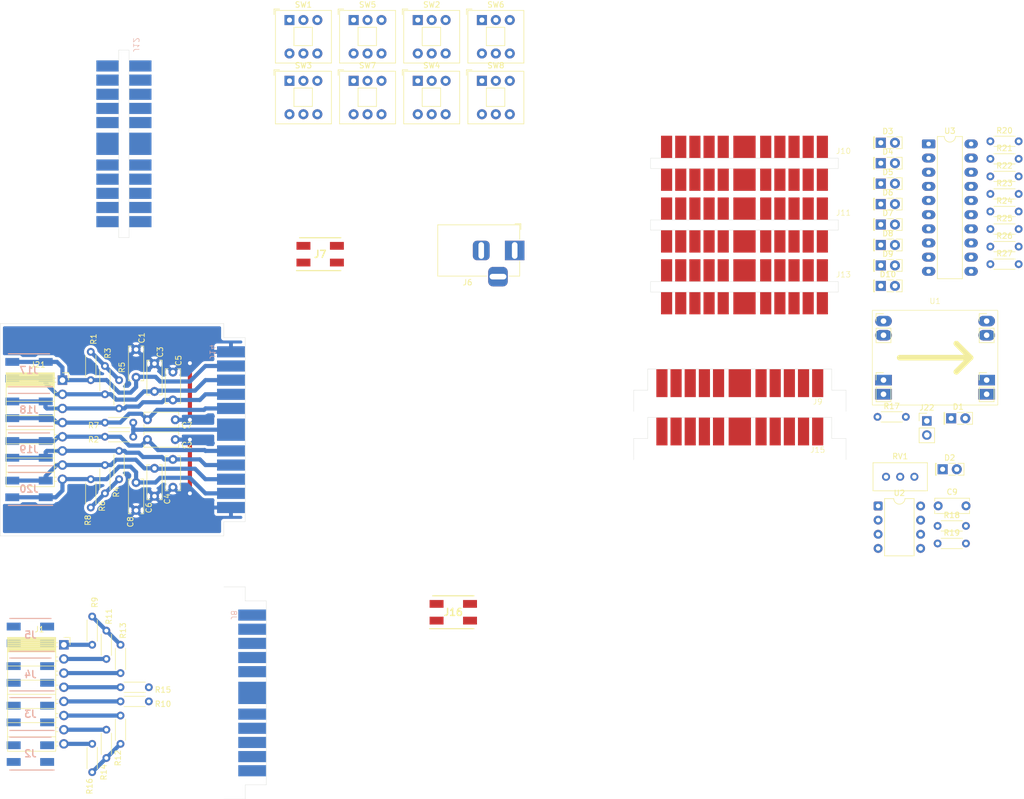
<source format=kicad_pcb>
(kicad_pcb (version 20241229) (generator "pcbnew") (generator_version "9.0")
  (layers (0 "F.Cu" signal) (2 "B.Cu" signal) (13 "F.Paste" user) (15 "B.Paste" user) (5 "F.SilkS" user "F.Silkscreen") (7 "B.SilkS" user "B.Silkscreen") (1 "F.Mask" user) (3 "B.Mask" user) (25 "Edge.Cuts" user))
  (net 0 "")
  (net 1 "/GND")
  (net 2 "Net-(U2-TR)")
  (net 3 "/Placa Principal/OSCo")
  (net 4 "Net-(D1-K)")
  (net 5 "/Leds/Ii0")
  (net 6 "Net-(D2-K)")
  (net 7 "/Leds/+5V")
  (net 8 "/Leds/Ii4")
  (net 9 "/Leds/Ii1")
  (net 10 "/Leds/Ii5")
  (net 11 "/Leds/Ii2")
  (net 12 "/Leds/Ii6")
  (net 13 "/Leds/Ii3")
  (net 14 "/Leds/Ii7")
  (net 15 "/Placa Principal/+Vin")
  (net 16 "/Entradas/GND")
  (net 18 "/+5V")
  (net 19 "/Botones/GND")
  (net 21 "/Placa Principal/Bi7")
  (net 22 "/Placa Principal/Bi5")
  (net 23 "/Placa Principal/Bi4")
  (net 24 "/Placa Principal/Bi2")
  (net 25 "/Entradas/I1")
  (net 26 "/Entradas/I0")
  (net 27 "/Entradas/I2")
  (net 28 "/Entradas/I3")
  (net 29 "/Entradas/I4")
  (net 30 "/Entradas/I5")
  (net 31 "/Entradas/I7")
  (net 32 "/Entradas/I6")
  (net 33 "Net-(U2-DIS)")
  (net 36 "/Salidas/Bi0")
  (net 37 "/Salidas/GND")
  (net 38 "/Salidas/Bi1")
  (net 39 "/Salidas/Bi2")
  (net 40 "/Salidas/Bi3")
  (net 41 "/Salidas/Bi4")
  (net 42 "/Salidas/Bi5")
  (net 43 "/Salidas/Bi6")
  (net 44 "/Salidas/Bi7")
  (net 45 "/Botones/Bo4")
  (net 46 "/Botones/Bo6")
  (net 47 "/Botones/Bo3")
  (net 48 "/Botones/Bo1")
  (net 49 "/Botones/Bo0")
  (net 50 "/Botones/Bo7")
  (net 51 "/Botones/Bo5")
  (net 52 "/Botones/Bo2")
  (net 53 "/Salidas/+5V")
  (net 54 "/Placa Principal/Bi1")
  (net 55 "/Placa Principal/Bi0")
  (net 57 "/Placa Principal/Bi3")
  (net 58 "/Placa Principal/Bi6")
  (net 60 "/Placa Principal/Io1")
  (net 61 "/Placa Principal/Io5")
  (net 62 "/Placa Principal/Io7")
  (net 63 "/Placa Principal/Io3")
  (net 64 "/Placa Principal/Io2")
  (net 65 "/Placa Principal/Io6")
  (net 67 "/Placa Principal/Io4")
  (net 68 "/Placa Principal/Io0")
  (net 70 "/Placa Principal/Ii4")
  (net 71 "/Placa Principal/Ii1")
  (net 73 "/Placa Principal/Ii0")
  (net 74 "/Placa Principal/Ii5")
  (net 75 "/Placa Principal/Ii7")
  (net 76 "/Placa Principal/Ii3")
  (net 78 "/Placa Principal/Ii2")
  (net 79 "/Placa Principal/Ii6")
  (net 84 "Net-(J22-Pin_1)")
  (net 85 "Net-(R20-Pad2)")
  (net 86 "Net-(R21-Pad2)")
  (net 87 "Net-(R22-Pad2)")
  (net 88 "Net-(R23-Pad2)")
  (net 89 "Net-(R24-Pad2)")
  (net 90 "Net-(R25-Pad2)")
  (net 91 "Net-(R26-Pad2)")
  (net 92 "Net-(R27-Pad2)")
  (footprint "Package_DIP:DIP-8_W7.62mm" (layer "F.Cu") (at 234.186 119.356)
    (property "Reference" "U2")
    (property "Value" "NE555P")
  )
  (footprint "Resistor_THT:R_Axial_DIN0204_L3.6mm_D1.6mm_P5.08mm_Horizontal" (layer "F.Cu") (at 98.298 149.352 90)
    (property "Reference" "R13")
    (property "Value" "10KΩ")
  )
  (footprint "LED_THT:LED_Rectangular_W5.0mm_H2.0mm" (layer "F.Cu") (at 234.666 72.516)
    (property "Reference" "D8")
    (property "Value" "LED")
  )
  (footprint "Resistor_THT:R_Axial_DIN0204_L3.6mm_D1.6mm_P5.08mm_Horizontal" (layer "F.Cu") (at 254.316 60.206)
    (property "Reference" "R22")
    (property "Value" "470Ω")
  )
  (footprint "Resistor_THT:R_Axial_DIN0204_L3.6mm_D1.6mm_P5.08mm_Horizontal" (layer "F.Cu") (at 254.316 75.956)
    (property "Reference" "R27")
    (property "Value" "470Ω")
  )
  (footprint "Resistor_THT:R_Axial_DIN0204_L3.6mm_D1.6mm_P5.08mm_Horizontal" (layer "F.Cu") (at 98.044001 114.554001 90)
    (property "Reference" "R4")
    (property "Value" "10KΩ")
  )
  (footprint "Extras:EdgeSocket-10" (layer "F.Cu") (at 210.1892 80.366)
    (property "Reference" "J13")
    (property "Value" "BE_Skt-10")
    (fp_rect (start -16.8296 -1.27) (end 16.8542 0.584) (stroke (width 0.05)) (fill no) (layer "Edge.Cuts"))
  )
  (footprint "LED_THT:LED_Rectangular_W5.0mm_H2.0mm" (layer "F.Cu") (at 247.286 103.626)
    (property "Reference" "D1")
    (property "Value" "LED")
  )
  (footprint "Resistor_THT:R_Axial_DIN0204_L3.6mm_D1.6mm_P5.08mm_Horizontal" (layer "F.Cu") (at 234.076 103.366)
    (property "Reference" "R17")
    (property "Value" "470Ω")
  )
  (footprint "Resistor_THT:R_Axial_DIN0204_L3.6mm_D1.6mm_P5.08mm_Horizontal" (layer "F.Cu") (at 100.584 104.394 180)
    (property "Reference" "R7")
    (property "Value" "10KΩ")
  )
  (footprint "LED_THT:LED_Rectangular_W5.0mm_H2.0mm" (layer "F.Cu") (at 234.666 61.506)
    (property "Reference" "D5")
    (property "Value" "LED")
  )
  (footprint "Connector_PinSocket_2.54mm:PinSocket_1x08_P2.54mm_Horizontal" (layer "F.Cu") (at 87.884 96.774)
    (property "Reference" "J21")
    (property "Value" "Conn_01x08")
  )
  (footprint "Capacitor_THT:C_Disc_D6.0mm_W2.5mm_P5.00mm" (layer "F.Cu") (at 104.394 112.602 -90)
    (property "Reference" "C6")
    (property "Value" "100nF")
  )
  (footprint "Resistor_THT:R_Axial_DIN0204_L3.6mm_D1.6mm_P5.08mm_Horizontal" (layer "F.Cu") (at 98.298 151.892)
    (property "Reference" "R15")
    (property "Value" "10KΩ")
  )
  (footprint "Resistor_THT:R_Axial_DIN0204_L3.6mm_D1.6mm_P5.08mm_Horizontal" (layer "F.Cu") (at 95.504 94.233999 -90)
    (property "Reference" "R3")
    (property "Value" "10KΩ")
  )
  (footprint "Button_Switch_THT:SW_Push_2P2T_Toggle_CK_PVA2xxH4xxxxxxV2" (layer "F.Cu") (at 163.12 32.145)
    (property "Reference" "SW6")
    (property "Value" "SW_Push")
  )
  (footprint "Package_DIP:DIP-20_W7.62mm_LongPads" (layer "F.Cu") (at 243.246 54.376)
    (property "Reference" "U3")
    (property "Value" "~")
  )
  (footprint "Capacitor_THT:C_Disc_D6.0mm_W2.5mm_P5.00mm" (layer "F.Cu") (at 103.124 103.886)
    (property "Reference" "C7")
    (property "Value" "100nF")
  )
  (footprint "Extras:EdgeSocket-10" (layer "F.Cu") (at 210.1892 58.1984)
    (property "Reference" "J10")
    (property "Value" "BE_Skt-10")
    (fp_rect (start -16.8296 -1.27) (end 16.8542 0.584) (stroke (width 0.05)) (fill no) (layer "Edge.Cuts"))
  )
  (footprint "Resistor_THT:R_Axial_DIN0204_L3.6mm_D1.6mm_P5.08mm_Horizontal" (layer "F.Cu") (at 244.856 122.936)
    (property "Reference" "R18")
    (property "Value" "2K7Ω")
  )
  (footprint "Resistor_THT:R_Axial_DIN0204_L3.6mm_D1.6mm_P5.08mm_Horizontal" (layer "F.Cu") (at 98.043999 96.773999 -90)
    (property "Reference" "R5")
    (property "Value" "10KΩ")
  )
  (footprint "Extras:DC-DC_buck" (layer "F.Cu") (at 244.401 92.741)
    (property "Reference" "U1")
    (property "Value" "~")
  )
  (footprint "Capacitor_THT:C_Disc_D6.0mm_W2.5mm_P5.00mm" (layer "F.Cu") (at 101.092 96.266 90)
    (property "Reference" "C1")
    (property "Value" "100nF")
  )
  (footprint "Resistor_THT:R_Axial_DIN0204_L3.6mm_D1.6mm_P5.08mm_Horizontal" (layer "F.Cu") (at 100.584 106.934 180)
    (property "Reference" "R2")
    (property "Value" "10KΩ")
  )
  (footprint "Connector_PinHeader_2.54mm:PinHeader_1x02_P2.54mm_Vertical" (layer "F.Cu") (at 242.926 104.086)
    (property "Reference" "J22")
    (property "Value" "Conn_01x02")
  )
  (footprint "Button_Switch_THT:SW_Push_2P2T_Toggle_CK_PVA2xxH4xxxxxxV2" (layer "F.Cu") (at 140.11 32.145)
    (property "Reference" "SW5")
    (property "Value" "SW_Push")
  )
  (footprint "Resistor_THT:R_Axial_DIN0204_L3.6mm_D1.6mm_P5.08mm_Horizontal" (layer "F.Cu") (at 98.298 156.972 -90)
    (property "Reference" "R12")
    (property "Value" "10KΩ")
  )
  (footprint "Button_Switch_THT:SW_Push_2P2T_Toggle_CK_PVA2xxH4xxxxxxV2" (layer "F.Cu") (at 163.12 43.05)
    (property "Reference" "SW8")
    (property "Value" "SW_Push")
  )
  (footprint "Resistor_THT:R_Axial_DIN0204_L3.6mm_D1.6mm_P5.08mm_Horizontal" (layer "F.Cu") (at 254.316 72.806)
    (property "Reference" "R26")
    (property "Value" "470Ω")
  )
  (footprint "Button_Switch_THT:SW_Push_2P2T_Toggle_CK_PVA2xxH4xxxxxxV2" (layer "F.Cu") (at 151.615 43.05)
    (property "Reference" "SW4")
    (property "Value" "SW_Push")
  )
  (footprint "LED_THT:LED_Rectangular_W5.0mm_H2.0mm" (layer "F.Cu") (at 245.756 112.766)
    (property "Reference" "D2")
    (property "Value" "LED")
  )
  (footprint "Button_Switch_THT:SW_Push_2P2T_Toggle_CK_PVA2xxH4xxxxxxV2" (layer "F.Cu") (at 140.11 43.05)
    (property "Reference" "SW7")
    (property "Value" "SW_Push")
  )
  (footprint "LED_THT:LED_Rectangular_W5.0mm_H2.0mm" (layer "F.Cu") (at 234.666 57.836)
    (property "Reference" "D4")
    (property "Value" "LED")
  )
  (footprint "Resistor_THT:R_Axial_DIN0204_L3.6mm_D1.6mm_P5.08mm_Horizontal" (layer "F.Cu") (at 95.758 146.812 90)
    (property "Reference" "R11")
    (property "Value" "10KΩ")
  )
  (footprint "Resistor_THT:R_Axial_DIN0204_L3.6mm_D1.6mm_P5.08mm_Horizontal" (layer "F.Cu") (at 254.316 69.656)
    (property "Reference" "R25")
    (property "Value" "470Ω")
  )
  (footprint "Extras:EdgeConn-10" (layer "F.Cu") (at 209.376 101.126)
    (property "Reference" "J9")
    (property "Value" "BE-Cnn-10")
    (fp_line (start -19.05 -2.54) (end -19.05 1.27) (stroke (width 0.05)) (layer "Edge.Cuts"))
    (fp_line (start -16.51 -6.35) (end -16.51 -2.54) (stroke (width 0.05)) (layer "Edge.Cuts"))
    (fp_line (start -16.51 -6.35) (end 16.51 -6.35) (stroke (width 0.05)) (layer "Edge.Cuts"))
    (fp_line (start -16.51 -2.54) (end -19.05 -2.54) (stroke (width 0.05)) (layer "Edge.Cuts"))
    (fp_line (start 16.51 -6.35) (end 16.51 -2.54) (stroke (width 0.05)) (layer "Edge.Cuts"))
    (fp_line (start 16.51 -2.54) (end 19.05 -2.54) (stroke (width 0.05)) (layer "Edge.Cuts"))
    (fp_line (start 19.05 -2.54) (end 19.05 1.27) (stroke (width 0.05)) (layer "Edge.Cuts"))
  )
  (footprint "Capacitor_THT:C_Disc_D6.0mm_W2.5mm_P5.00mm" (layer "F.Cu") (at 104.394 98.806 90)
    (property "Reference" "C3")
    (property "Value" "100nF")
  )
  (footprint "LED_THT:LED_Rectangular_W5.0mm_H2.0mm" (layer "F.Cu") (at 234.666 54.166)
    (property "Reference" "D3")
    (property "Value" "LED")
  )
  (footprint "Capacitor_THT:C_Disc_D6.0mm_W2.5mm_P5.00mm" (layer "F.Cu") (at 107.696 100.33 90)
    (property "Reference" "C5")
    (property "Value" "100nF")
  )
  (footprint "Capacitor_THT:C_Disc_D6.0mm_W2.5mm_P5.00mm" (layer "F.Cu") (at 107.696 110.998 -90)
    (property "Reference" "C4")
    (property "Value" "100nF")
  )
  (footprint "Capacitor_THT:C_Disc_D6.0mm_W2.5mm_P5.00mm" (layer "F.Cu") (at 103.124 107.442)
    (property "Reference" "C2")
    (property "Value" "100nF")
  )
  (footprint "Button_Switch_THT:SW_Push_2P2T_Toggle_CK_PVA2xxH4xxxxxxV2" (layer "F.Cu") (at 128.605 43.05)
    (property "Reference" "SW3")
    (property "Value" "SW_Push")
  )
  (footprint "Potentiometer_THT:Potentiometer_Bourns_3296W_Vertical" (layer "F.Cu") (at 240.686 114.116)
    (property "Reference" "RV1")
    (property "Value" "1MΩ")
  )
  (footprint "Resistor_THT:R_Axial_DIN0204_L3.6mm_D1.6mm_P5.08mm_Horizontal" (layer "F.Cu") (at 95.758 159.512 -90)
    (property "Reference" "R14")
    (property "Value" "10KΩ")
  )
  (footprint "Resistor_THT:R_Axial_DIN0204_L3.6mm_D1.6mm_P5.08mm_Horizontal" (layer "F.Cu") (at 92.964001 119.634001 90)
    (property "Reference" "R8")
    (property "Value" "10KΩ")
  )
  (footprint "Resistor_THT:R_Axial_DIN0204_L3.6mm_D1.6mm_P5.08mm_Horizontal" (layer "F.Cu") (at 254.316 57.056)
    (property "Reference" "R21")
    (property "Value" "470Ω")
  )
  (footprint "Button_Switch_THT:SW_Push_2P2T_Toggle_CK_PVA2xxH4xxxxxxV2" (layer "F.Cu") (at 151.615 32.145)
    (property "Reference" "SW2")
    (property "Value" "SW_Push")
  )
  (footprint "Connector_BarrelJack:BarrelJack_Horizontal" (layer "F.Cu") (at 169 73.5)
    (property "Reference" "J6")
    (property "Value" "Jack-DC")
  )
  (footprint "Resistor_THT:R_Axial_DIN0204_L3.6mm_D1.6mm_P5.08mm_Horizontal" (layer "F.Cu") (at 95.504001 117.094001 90)
    (property "Reference" "R6")
    (property "Value" "10KΩ")
  )
  (footprint "Resistor_THT:R_Axial_DIN0204_L3.6mm_D1.6mm_P5.08mm_Horizontal" (layer "F.Cu") (at 254.316 53.906)
    (property "Reference" "R20")
    (property "Value" "470Ω")
  )
  (footprint "Button_Switch_THT:SW_Push_2P2T_Toggle_CK_PVA2xxH4xxxxxxV2" (layer "F.Cu") (at 128.605 32.145)
    (property "Reference" "SW1")
    (property "Value" "SW_Push")
  )
  (footprint "LED_THT:LED_Rectangular_W5.0mm_H2.0mm" (layer "F.Cu") (at 234.666 76.186)
    (property "Reference" "D9")
    (property "Value" "LED")
  )
  (footprint "LED_THT:LED_Rectangular_W5.0mm_H2.0mm" (layer "F.Cu") (at 234.666 65.176)
    (property "Reference" "D6")
    (property "Value" "LED")
  )
  (footprint "Capacitor_THT:C_Disc_D6.0mm_W2.5mm_P5.00mm" (layer "F.Cu") (at 244.956 119.336)
    (property "Reference" "C9")
    (property "Value" "470nF")
  )
  (footprint "Connector_PinSocket_2.54mm:PinSocket_1x08_P2.54mm_Horizontal" (layer "F.Cu") (at 88.138 144.272)
    (property "Reference" "J1")
    (property "Value" "Conn_01x08")
  )
  (footprint "Resistor_THT:R_Axial_DIN0204_L3.6mm_D1.6mm_P5.08mm_Horizontal" (layer "F.Cu") (at 244.856 126.086)
    (property "Reference" "R19")
    (property "Value" "470Ω")
  )
  (footprint "Resistor_THT:R_Axial_DIN0204_L3.6mm_D1.6mm_P5.08mm_Horizontal" (layer "F.Cu") (at 254.316 66.506)
    (property "Reference" "R24")
    (property "Value" "470Ω")
  )
  (footprint "Resistor_THT:R_Axial_DIN0204_L3.6mm_D1.6mm_P5.08mm_Horizontal" (layer "F.Cu") (at 98.298 154.432)
    (property "Reference" "R10")
    (property "Value" "10KΩ")
  )
  (footprint "Resistor_THT:R_Axial_DIN0204_L3.6mm_D1.6mm_P5.08mm_Horizontal" (layer "F.Cu") (at 93.218 162.052 -90)
    (property "Reference" "R16")
    (property "Value" "10KΩ")
  )
  (footprint "Resistor_THT:R_Axial_DIN0204_L3.6mm_D1.6mm_P5.08mm_Horizontal" (layer "F.Cu") (at 93.218 144.272 90)
    (property "Reference" "R9")
    (property "Value" "10KΩ")
  )
  (footprint "Extras:104238-0210" (layer "F.Cu") (at 134.112 74.168)
    (property "Reference" "J7")
    (property "Value" "Molex lite-trap" (hide yes))
  )
  (footprint "LED_THT:LED_Rectangular_W5.0mm_H2.0mm" (layer "F.Cu") (at 234.666 68.846)
    (property "Reference" "D7")
    (property "Value" "LED")
  )
  (footprint "Resistor_THT:R_Axial_DIN0204_L3.6mm_D1.6mm_P5.08mm_Horizontal" (layer "F.Cu") (at 92.964 91.693999 -90)
    (property "Reference" "R1")
    (property "Value" "10KΩ")
  )
  (footprint "Extras:EdgeConn-10" (layer "F.Cu") (at 209.376 109.796)
    (property "Reference" "J15")
    (property "Value" "BE-Cnn-10")
    (fp_line (start -19.05 -2.54) (end -19.05 1.27) (stroke (width 0.05)) (layer "Edge.Cuts"))
    (fp_line (start -16.51 -6.35) (end -16.51 -2.54) (stroke (width 0.05)) (layer "Edge.Cuts"))
    (fp_line (start -16.51 -6.35) (end 16.51 -6.35) (stroke (width 0.05)) (layer "Edge.Cuts"))
    (fp_line (start -16.51 -2.54) (end -19.05 -2.54) (stroke (width 0.05)) (layer "Edge.Cuts"))
    (fp_line (start 16.51 -6.35) (end 16.51 -2.54) (stroke (width 0.05)) (layer "Edge.Cuts"))
    (fp_line (start 16.51 -2.54) (end 19.05 -2.54) (stroke (width 0.05)) (layer "Edge.Cuts"))
    (fp_line (start 19.05 -2.54) (end 19.05 1.27) (stroke (width 0.05)) (layer "Edge.Cuts"))
  )
  (footprint "Extras:104238-0210" (layer "F.Cu") (at 157.988 138.43)
    (property "Reference" "J16")
    (property "Value" "Molex lite-trap" (hide yes))
  )
  (footprint "Extras:EdgeSocket-10" (layer "F.Cu") (at 210.1892 69.2822)
    (property "Reference" "J11")
    (property "Value" "BE_Skt-10")
    (fp_rect (start -16.8296 -1.27) (end 16.8542 0.584) (stroke (width 0.05)) (fill no) (layer "Edge.Cuts"))
  )
  (footprint "Resistor_THT:R_Axial_DIN0204_L3.6mm_D1.6mm_P5.08mm_Horizontal" (layer "F.Cu") (at 254.316 63.356)
    (property "Reference" "R23")
    (property "Value" "470Ω")
  )
  (footprint "Capacitor_THT:C_Disc_D6.0mm_W2.5mm_P5.00mm" (layer "F.Cu") (at 101.092 115.142 -90)
    (property "Reference" "C8")
    (property "Value" "100nF")
  )
  (footprint "LED_THT:LED_Rectangular_W5.0mm_H2.0mm" (layer "F.Cu") (at 234.666 79.856)
    (property "Reference" "D10")
    (property "Value" "LED")
  )
  (footprint "Extras:104238-0210" (layer "B.Cu") (at 82.138 163.797 180)
    (property "Reference" "J2")
    (property "Value" "Molex lite-trap" (hide yes))
  )
  (footprint "Extras:EdgeSocket-10" (layer "B.Cu") (at 98.5598 54.3806 90)
    (property "Reference" "J12")
    (property "Value" "BE_Skt-10")
    (fp_rect (start -16.8296 1.27) (end 16.8542 -0.584) (stroke (width 0.05)) (fill no) (layer "Edge.Cuts"))
  )
  (footprint "Extras:104238-0210" (layer "B.Cu") (at 81.884 109.199 180)
    (property "Reference" "J19")
    (property "Value" "Molex lite-trap" (hide yes))
  )
  (footprint "Extras:EdgeConn-10" (layer "B.Cu") (at 118.11 152.908 90)
    (property "Reference" "J8")
    (property "Value" "BE-Cnn-10")
    (fp_line (start 19.05 2.54) (end 19.05 -1.27) (stroke (width 0.05)) (layer "Edge.Cuts"))
    (fp_line (start 16.51 2.54) (end 19.05 2.54) (stroke (width 0.05)) (layer "Edge.Cuts"))
    (fp_line (start -16.51 2.54) (end -19.05 2.54) (stroke (width 0.05)) (layer "Edge.Cuts"))
    (fp_line (start -19.05 2.54) (end -19.05 -1.27) (stroke (width 0.05)) (layer "Edge.Cuts"))
    (fp_line (start 16.51 6.35) (end 16.51 2.54) (stroke (width 0.05)) (layer "Edge.Cuts"))
    (fp_line (start -16.51 6.35) (end -16.51 2.54) (stroke (width 0.05)) (layer "Edge.Cuts"))
    (fp_line (start -16.51 6.35) (end 16.51 6.35) (stroke (width 0.05)) (layer "Edge.Cuts"))
  )
  (footprint "Extras:104238-0210" (layer "B.Cu") (at 81.884 94.999 180)
    (property "Reference" "J17")
    (property "Value" "Molex lite-trap" (hide yes))
  )
  (footprint "Extras:104238-0210" (layer "B.Cu") (at 81.884 116.299 180)
    (property "Reference" "J20")
    (property "Value" "Molex lite-trap" (hide yes))
  )
  (footprint "Extras:104238-0210" (layer "B.Cu") (at 82.138 142.497 180)
    (property "Reference" "J5")
    (property "Value" "Molex lite-trap" (hide yes))
  )
  (footprint "Extras:104238-0210" (layer "B.Cu") (at 82.138 156.697 180)
    (property "Reference" "J3")
    (property "Value" "Molex lite-trap" (hide yes))
  )
  (footprint "Extras:EdgeConn-10" (layer "B.Cu") (at 114.3 105.664 90)
    (property "Reference" "J14")
    (property "Value" "BE-Cnn-10")
    (fp_line (start 19.05 2.54) (end 19.05 -1.27) (stroke (width 0.05)) (layer "Edge.Cuts"))
    (fp_line (start 16.51 2.54) (end 19.05 2.54) (stroke (width 0.05)) (layer "Edge.Cuts"))
    (fp_line (start -16.51 2.54) (end -19.05 2.54) (stroke (width 0.05)) (layer "Edge.Cuts"))
    (fp_line (start -19.05 2.54) (end -19.05 -1.27) (stroke (width 0.05)) (layer "Edge.Cuts"))
    (fp_line (start 16.51 6.35) (end 16.51 2.54) (stroke (width 0.05)) (layer "Edge.Cuts"))
    (fp_line (start -16.51 6.35) (end -16.51 2.54) (stroke (width 0.05)) (layer "Edge.Cuts"))
    (fp_line (start -16.51 6.35) (end 16.51 6.35) (stroke (width 0.05)) (layer "Edge.Cuts"))
  )
  (footprint "Extras:104238-0210" (layer "B.Cu") (at 81.884 102.099 180)
    (property "Reference" "J18")
    (property "Value" "Molex lite-trap" (hide yes))
  )
  (footprint "Extras:104238-0210" (layer "B.Cu") (at 82.138 149.597 180)
    (property "Reference" "J4")
    (property "Value" "Molex lite-trap" (hide yes))
  )
  (gr_line (start 113.03 86.614) (end 76.708 86.614) (stroke (width 0.05)) (layer "Edge.Cuts"))
  (gr_line (start 76.708 86.614) (end 76.708 124.714) (stroke (width 0.05)) (layer "Edge.Cuts"))
  (gr_line (start 113.03 124.714) (end 76.708 124.714) (stroke (width 0.05)) (layer "Edge.Cuts"))
  (segment (start 93.218 167.132) (end 98.298 162.052) (width 0.75) (layer "B.Cu") (net 16))
  (segment (start 93.218 139.192) (end 98.298 144.272) (width 0.75) (layer "B.Cu") (net 16))
  (segment (start 88.138 146.812) (end 95.758 146.812) (width 0.75) (layer "B.Cu") (net 25))
  (segment (start 88.138 144.272) (end 93.218 144.272) (width 0.75) (layer "B.Cu") (net 26))
  (segment (start 88.138 149.352) (end 98.298 149.352) (width 0.75) (layer "B.Cu") (net 27))
  (segment (start 88.138 151.892) (end 98.298 151.892) (width 0.75) (layer "B.Cu") (net 28))
  (segment (start 88.138 154.432) (end 98.298 154.432) (width 0.75) (layer "B.Cu") (net 29))
  (segment (start 88.138 156.972) (end 98.298 156.972) (width 0.75) (layer "B.Cu") (net 30))
  (segment (start 88.138 162.052) (end 93.218 162.052) (width 0.75) (layer "B.Cu") (net 31))
  (segment (start 88.138 159.512) (end 95.758 159.512) (width 0.75) (layer "B.Cu") (net 32))
  (segment (start 88 96.774) (end 92.95 96.774) (width 0.75) (layer "B.Cu") (net 36))
  (segment (start 95.791 96.76) (end 98.044 99.013) (width 0.75) (layer "B.Cu") (net 36))
  (segment (start 87.884 94.488) (end 86.895 93.499) (width 0.75) (layer "B.Cu") (net 36))
  (segment (start 98.044 99.013) (end 100.109 99.013) (width 0.75) (layer "B.Cu") (net 36))
  (segment (start 104.568 96.172) (end 105.41 97.014) (width 0.75) (layer "B.Cu") (net 36))
  (segment (start 86.895 93.499) (end 84.884 93.499) (width 0.75) (layer "B.Cu") (net 36))
  (segment (start 113.524 94.234) (end 118.11 94.234) (width 0.75) (layer "B.Cu") (net 36))
  (segment (start 92.964 96.76) (end 95.791 96.76) (width 0.75) (layer "B.Cu") (net 36))
  (segment (start 105.41 97.014) (end 110.744 97.014) (width 0.75) (layer "B.Cu") (net 36))
  (segment (start 100.109 99.013) (end 101.092 98.03) (width 0.75) (layer "B.Cu") (net 36))
  (segment (start 101.092 96.172) (end 104.568 96.172) (width 0.75) (layer "B.Cu") (net 36))
  (segment (start 101.092 98.03) (end 101.092 96.76) (width 0.75) (layer "B.Cu") (net 36))
  (segment (start 92.95 96.774) (end 92.964 96.76) (width 0.75) (layer "B.Cu") (net 36))
  (segment (start 87.884 96.774) (end 87.884 94.488) (width 0.75) (layer "B.Cu") (net 36))
  (segment (start 110.744 97.014) (end 113.524 94.234) (width 0.75) (layer "B.Cu") (net 36))
  (segment (start 78.884 93.499) (end 84.884 93.499) (width 0.75) (layer "B.Cu") (net 36))
  (segment (start 110.744 107.442) (end 110.744 117.094) (width 0.75) (layer "F.Cu") (net 37))
  (segment (start 110.744 103.886) (end 110.744 93.726) (width 0.75) (layer "F.Cu") (net 37))
  (via (at 110.744 117.094) (size 1.4) (drill 0.7) (layers "F.Cu" "B.Cu") (net 37))
  (via (at 110.744 103.886) (size 1.4) (drill 0.7) (layers "F.Cu" "B.Cu") (net 37))
  (via (at 110.744 107.442) (size 1.4) (drill 0.7) (layers "F.Cu" "B.Cu") (net 37))
  (via (at 110.744 93.726) (size 1.4) (drill 0.7) (layers "F.Cu" "B.Cu") (net 37))
  (segment (start 108.124 103.886) (end 110.744 103.886) (width 0.75) (layer "B.Cu") (net 37))
  (segment (start 108.124 107.442) (end 110.744 107.442) (width 0.75) (layer "B.Cu") (net 37))
  (segment (start 101.04 100.264) (end 102.498 98.806) (width 0.75) (layer "B.Cu") (net 38))
  (segment (start 102.498 98.806) (end 104.394 98.806) (width 0.75) (layer "B.Cu") (net 38))
  (segment (start 87.884 99.314) (end 86.868 99.314) (width 0.75) (layer "B.Cu") (net 38))
  (segment (start 96.561818 99.3) (end 97.525819 100.264) (width 0.75) (layer "B.Cu") (net 38))
  (segment (start 95.49 99.314) (end 95.504 99.3) (width 0.75) (layer "B.Cu") (net 38))
  (segment (start 104.546 98.654) (end 111.658 98.654) (width 0.75) (layer "B.Cu") (net 38))
  (segment (start 97.525819 100.264) (end 101.04 100.264) (width 0.75) (layer "B.Cu") (net 38))
  (segment (start 88 99.314) (end 95.49 99.314) (width 0.75) (layer "B.Cu") (net 38))
  (segment (start 86.868 99.314) (end 84.884 97.33) (width 0.75) (layer "B.Cu") (net 38))
  (segment (start 113.538 96.774) (end 118.11 96.774) (width 0.75) (layer "B.Cu") (net 38))
  (segment (start 84.884 97.33) (end 84.884 96.499) (width 0.75) (layer "B.Cu") (net 38))
  (segment (start 95.504 99.3) (end 96.561818 99.3) (width 0.75) (layer "B.Cu") (net 38))
  (segment (start 84.884 96.499) (end 78.884 96.499) (width 0.75) (layer "B.Cu") (net 38))
  (segment (start 111.658 98.654) (end 113.538 96.774) (width 0.75) (layer "B.Cu") (net 38))
  (segment (start 104.394 98.806) (end 104.546 98.654) (width 0.75) (layer "B.Cu") (net 38))
  (segment (start 84.836 100.647) (end 84.884 100.599) (width 0.75) (layer "B.Cu") (net 39))
  (segment (start 98.03 101.854) (end 98.044 101.84) (width 0.75) (layer "B.Cu") (net 39))
  (segment (start 99.352 101.515) (end 101.558181 101.515) (width 0.75) (layer "B.Cu") (net 39))
  (segment (start 99.027 101.84) (end 99.352 101.515) (width 0.75) (layer "B.Cu") (net 39))
  (segment (start 105.747 100.741) (end 106.158 100.33) (width 0.75) (layer "B.Cu") (net 39))
  (segment (start 78.884 100.599) (end 84.884 100.599) (width 0.75) (layer "B.Cu") (net 39))
  (segment (start 112.522 100.33) (end 113.538 99.314) (width 0.75) (layer "B.Cu") (net 39))
  (segment (start 88 101.854) (end 98.03 101.854) (width 0.75) (layer "B.Cu") (net 39))
  (segment (start 98.044 101.84) (end 99.027 101.84) (width 0.75) (layer "B.Cu") (net 39))
  (segment (start 84.836 101.6) (end 84.836 100.647) (width 0.75) (layer "B.Cu") (net 39))
  (segment (start 102.332182 100.741) (end 105.747 100.741) (width 0.75) (layer "B.Cu") (net 39))
  (segment (start 87.884 101.854) (end 85.09 101.854) (width 0.75) (layer "B.Cu") (net 39))
  (segment (start 106.158 100.33) (end 112.522 100.33) (width 0.75) (layer "B.Cu") (net 39))
  (segment (start 85.09 101.854) (end 84.836 101.6) (width 0.75) (layer "B.Cu") (net 39))
  (segment (start 113.538 99.314) (end 118.11 99.314) (width 0.75) (layer "B.Cu") (net 39))
  (segment (start 101.558181 101.515) (end 102.332182 100.741) (width 0.75) (layer "B.Cu") (net 39))
  (segment (start 86.073 103.599) (end 86.868 104.394) (width 0.75) (layer "B.Cu") (net 40))
  (segment (start 88 104.394) (end 95.489999 104.394) (width 0.75) (layer "B.Cu") (net 40))
  (segment (start 113.284 102.108) (end 113.538 101.854) (width 0.75) (layer "B.Cu") (net 40))
  (segment (start 99.8454 102.804) (end 102.056 102.804) (width 0.75) (layer "B.Cu") (net 40))
  (segment (start 103.124 103.872) (end 104.888 102.108) (width 0.75) (layer "B.Cu") (net 40))
  (segment (start 86.868 104.394) (end 87.884 104.394) (width 0.75) (layer "B.Cu") (net 40))
  (segment (start 84.884 103.599) (end 86.073 103.599) (width 0.75) (layer "B.Cu") (net 40))
  (segment (start 95.504 104.379999) (end 98.269401 104.379999) (width 0.75) (layer "B.Cu") (net 40))
  (segment (start 95.489999 104.394) (end 95.504 104.379999) (width 0.75) (layer "B.Cu") (net 40))
  (segment (start 104.888 102.108) (end 113.284 102.108) (width 0.75) (layer "B.Cu") (net 40))
  (segment (start 113.538 101.854) (end 118.11 101.854) (width 0.75) (layer "B.Cu") (net 40))
  (segment (start 102.056 102.804) (end 103.124 103.872) (width 0.75) (layer "B.Cu") (net 40))
  (segment (start 84.884 103.599) (end 78.884 103.599) (width 0.75) (layer "B.Cu") (net 40))
  (segment (start 98.269401 104.379999) (end 99.8454 102.804) (width 0.75) (layer "B.Cu") (net 40))
  (segment (start 86.357 107.699) (end 84.884 107.699) (width 0.75) (layer "B.Cu") (net 41))
  (segment (start 103.124 107.442) (end 105.004 109.322) (width 0.75) (layer "B.Cu") (net 41))
  (segment (start 78.884 107.699) (end 84.884 107.699) (width 0.75) (layer "B.Cu") (net 41))
  (segment (start 95.489999 106.92) (end 95.504 106.934001) (width 0.75) (layer "B.Cu") (net 41))
  (segment (start 98.269401 106.934001) (end 99.8454 108.51) (width 0.75) (layer "B.Cu") (net 41))
  (segment (start 87.122 106.934) (end 86.357 107.699) (width 0.75) (layer "B.Cu") (net 41))
  (segment (start 102.056 108.51) (end 103.124 107.442) (width 0.75) (layer "B.Cu") (net 41))
  (segment (start 105.004 109.322) (end 113.386 109.322) (width 0.75) (layer "B.Cu") (net 41))
  (segment (start 95.504 106.934001) (end 98.269401 106.934001) (width 0.75) (layer "B.Cu") (net 41))
  (segment (start 87.884 106.934) (end 87.122 106.934) (width 0.75) (layer "B.Cu") (net 41))
  (segment (start 88 106.92) (end 95.489999 106.92) (width 0.75) (layer "B.Cu") (net 41))
  (segment (start 113.538 109.474) (end 118.11 109.474) (width 0.75) (layer "B.Cu") (net 41))
  (segment (start 99.8454 108.51) (end 102.056 108.51) (width 0.75) (layer "B.Cu") (net 41))
  (segment (start 113.386 109.322) (end 113.538 109.474) (width 0.75) (layer "B.Cu") (net 41))
  (segment (start 113.538 112.014) (end 118.11 112.014) (width 0.75) (layer "B.Cu") (net 42))
  (segment (start 101.558181 109.799) (end 102.332182 110.573) (width 0.75) (layer "B.Cu") (net 42))
  (segment (start 102.332182 110.573) (end 105.747 110.573) (width 0.75) (layer "B.Cu") (net 42))
  (segment (start 112.522 110.998) (end 113.538 112.014) (width 0.75) (layer "B.Cu") (net 42))
  (segment (start 85.09 109.474) (end 84.884 109.68) (width 0.75) (layer "B.Cu") (net 42))
  (segment (start 107.696 110.998) (end 112.522 110.998) (width 0.75) (layer "B.Cu") (net 42))
  (segment (start 99.027 109.474) (end 99.352 109.799) (width 0.75) (layer "B.Cu") (net 42))
  (segment (start 105.747 110.573) (end 106.172 110.998) (width 0.75) (layer "B.Cu") (net 42))
  (segment (start 98.044 109.474) (end 99.027 109.474) (width 0.75) (layer "B.Cu") (net 42))
  (segment (start 98.03 109.46) (end 98.044 109.474) (width 0.75) (layer "B.Cu") (net 42))
  (segment (start 84.884 109.68) (end 84.884 110.699) (width 0.75) (layer "B.Cu") (net 42))
  (segment (start 87.884 109.474) (end 85.09 109.474) (width 0.75) (layer "B.Cu") (net 42))
  (segment (start 99.352 109.799) (end 101.558181 109.799) (width 0.75) (layer "B.Cu") (net 42))
  (segment (start 88 109.46) (end 98.03 109.46) (width 0.75) (layer "B.Cu") (net 42))
  (segment (start 84.884 110.699) (end 78.884 110.699) (width 0.75) (layer "B.Cu") (net 42))
  (segment (start 106.172 110.998) (end 107.696 110.998) (width 0.75) (layer "B.Cu") (net 42))
  (segment (start 102.592 112.602) (end 104.394 112.602) (width 0.75) (layer "B.Cu") (net 43))
  (segment (start 86.868 112.014) (end 84.884 113.998) (width 0.75) (layer "B.Cu") (net 43))
  (segment (start 87.884 112.014) (end 86.868 112.014) (width 0.75) (layer "B.Cu") (net 43))
  (segment (start 104.394 112.602) (end 104.466 112.674) (width 0.75) (layer "B.Cu") (net 43))
  (segment (start 88 112) (end 95.49 112) (width 0.75) (layer "B.Cu") (net 43))
  (segment (start 95.504 112.014) (end 96.561818 112.014) (width 0.75) (layer "B.Cu") (net 43))
  (segment (start 104.466 112.674) (end 111.658 112.674) (width 0.75) (layer "B.Cu") (net 43))
  (segment (start 95.49 112) (end 95.504 112.014) (width 0.75) (layer "B.Cu") (net 43))
  (segment (start 101.04 111.05) (end 102.592 112.602) (width 0.75) (layer "B.Cu") (net 43))
  (segment (start 111.658 112.674) (end 113.538 114.554) (width 0.75) (layer "B.Cu") (net 43))
  (segment (start 78.884 114.799) (end 84.884 114.799) (width 0.75) (layer "B.Cu") (net 43))
  (segment (start 84.884 113.998) (end 84.884 114.799) (width 0.75) (layer "B.Cu") (net 43))
  (segment (start 96.561818 112.014) (end 97.525819 111.05) (width 0.75) (layer "B.Cu") (net 43))
  (segment (start 97.525819 111.05) (end 101.04 111.05) (width 0.75) (layer "B.Cu") (net 43))
  (segment (start 113.538 114.554) (end 118.11 114.554) (width 0.75) (layer "B.Cu") (net 43))
  (segment (start 87.884 116.586) (end 86.671 117.799) (width 0.75) (layer "B.Cu") (net 44))
  (segment (start 101.092 115.142) (end 104.568 115.142) (width 0.75) (layer "B.Cu") (net 44))
  (segment (start 86.671 117.799) (end 84.884 117.799) (width 0.75) (layer "B.Cu") (net 44))
  (segment (start 105.41 114.3) (end 110.744 114.3) (width 0.75) (layer "B.Cu") (net 44))
  (segment (start 88 114.54) (end 92.95 114.54) (width 0.75) (layer "B.Cu") (net 44))
  (segment (start 92.964 114.554) (end 95.791 114.554) (width 0.75) (layer "B.Cu") (net 44))
  (segment (start 98.044 112.301) (end 100.109 112.301) (width 0.75) (layer "B.Cu") (net 44))
  (segment (start 84.884 117.799) (end 78.884 117.799) (width 0.75) (layer "B.Cu") (net 44))
  (segment (start 95.791 114.554) (end 98.044 112.301) (width 0.75) (layer "B.Cu") (net 44))
  (segment (start 92.95 114.54) (end 92.964 114.554) (width 0.75) (layer "B.Cu") (net 44))
  (segment (start 110.744 114.3) (end 113.538 117.094) (width 0.75) (layer "B.Cu") (net 44))
  (segment (start 101.092 113.284) (end 101.092 114.554) (width 0.75) (layer "B.Cu") (net 44))
  (segment (start 100.109 112.301) (end 101.092 113.284) (width 0.75) (layer "B.Cu") (net 44))
  (segment (start 87.884 114.554) (end 87.884 116.586) (width 0.75) (layer "B.Cu") (net 44))
  (segment (start 113.538 117.094) (end 118.11 117.094) (width 0.75) (layer "B.Cu") (net 44))
  (segment (start 104.568 115.142) (end 105.41 114.3) (width 0.75) (layer "B.Cu") (net 44))
  (segment (start 100.584 105.664) (end 118.11 105.664) (width 0.75) (layer "B.Cu") (net 53))
  (segment (start 100.584 105.65) (end 100.584 104.38) (width 0.75) (layer "B.Cu") (net 53))
  (segment (start 92.964001 91.679999) (end 98.044001 96.759999) (width 0.75) (layer "B.Cu") (net 53))
  (segment (start 92.964001 119.634001) (end 98.044001 114.554001) (width 0.75) (layer "B.Cu") (net 53))
  (segment (start 100.584 106.934) (end 100.584 105.664) (width 0.75) (layer "B.Cu") (net 53))
  (zone (net 37) (net_name "/Salidas/GND") (layer "B.Cu") (connect_pads (clearance 0.5)) (min_thickness 0.5) (fill yes (thermal_gap 0.5) (thermal_bridge_width 0.7))
    (polygon (pts (xy 76.708 86.614) (xy 116.84 86.614) (xy 116.84 89.154) (xy 120.65 89.154) (xy 120.65 122.174) (xy 116.84 122.174) (xy 116.84 124.714) (xy 76.708 124.714)))
  )
)
</source>
